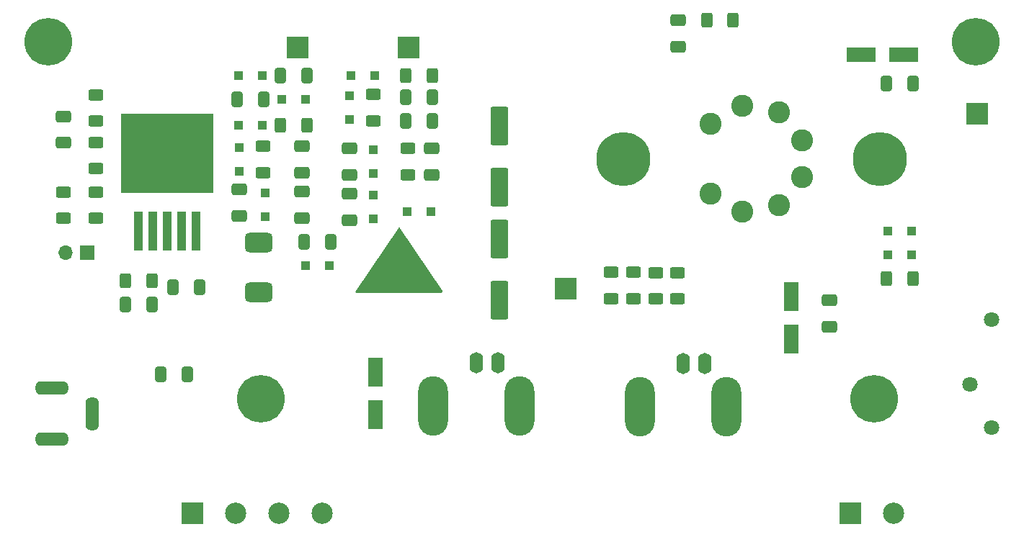
<source format=gbr>
%TF.GenerationSoftware,KiCad,Pcbnew,6.0.4-6f826c9f35~116~ubuntu21.10.1*%
%TF.CreationDate,2022-05-06T18:09:40-07:00*%
%TF.ProjectId,HV_Amplifier,48565f41-6d70-46c6-9966-6965722e6b69,rev?*%
%TF.SameCoordinates,Original*%
%TF.FileFunction,Soldermask,Top*%
%TF.FilePolarity,Negative*%
%FSLAX46Y46*%
G04 Gerber Fmt 4.6, Leading zero omitted, Abs format (unit mm)*
G04 Created by KiCad (PCBNEW 6.0.4-6f826c9f35~116~ubuntu21.10.1) date 2022-05-06 18:09:40*
%MOMM*%
%LPD*%
G01*
G04 APERTURE LIST*
G04 Aperture macros list*
%AMRoundRect*
0 Rectangle with rounded corners*
0 $1 Rounding radius*
0 $2 $3 $4 $5 $6 $7 $8 $9 X,Y pos of 4 corners*
0 Add a 4 corners polygon primitive as box body*
4,1,4,$2,$3,$4,$5,$6,$7,$8,$9,$2,$3,0*
0 Add four circle primitives for the rounded corners*
1,1,$1+$1,$2,$3*
1,1,$1+$1,$4,$5*
1,1,$1+$1,$6,$7*
1,1,$1+$1,$8,$9*
0 Add four rect primitives between the rounded corners*
20,1,$1+$1,$2,$3,$4,$5,0*
20,1,$1+$1,$4,$5,$6,$7,0*
20,1,$1+$1,$6,$7,$8,$9,0*
20,1,$1+$1,$8,$9,$2,$3,0*%
G04 Aperture macros list end*
%ADD10C,2.600000*%
%ADD11C,6.350000*%
%ADD12R,1.100000X4.600000*%
%ADD13R,10.800000X9.400000*%
%ADD14RoundRect,0.250001X0.799999X-1.999999X0.799999X1.999999X-0.799999X1.999999X-0.799999X-1.999999X0*%
%ADD15RoundRect,0.250001X-0.799999X1.999999X-0.799999X-1.999999X0.799999X-1.999999X0.799999X1.999999X0*%
%ADD16RoundRect,0.250000X0.412500X0.650000X-0.412500X0.650000X-0.412500X-0.650000X0.412500X-0.650000X0*%
%ADD17R,1.800000X3.500000*%
%ADD18C,5.600000*%
%ADD19R,1.100000X1.100000*%
%ADD20RoundRect,0.250000X-0.650000X0.412500X-0.650000X-0.412500X0.650000X-0.412500X0.650000X0.412500X0*%
%ADD21RoundRect,0.250000X0.625000X-0.400000X0.625000X0.400000X-0.625000X0.400000X-0.625000X-0.400000X0*%
%ADD22RoundRect,0.250000X0.650000X-0.412500X0.650000X0.412500X-0.650000X0.412500X-0.650000X-0.412500X0*%
%ADD23R,3.500000X1.800000*%
%ADD24O,1.600000X2.500000*%
%ADD25O,3.500000X7.000000*%
%ADD26RoundRect,0.250000X-0.625000X0.400000X-0.625000X-0.400000X0.625000X-0.400000X0.625000X0.400000X0*%
%ADD27RoundRect,0.250000X-0.400000X-0.625000X0.400000X-0.625000X0.400000X0.625000X-0.400000X0.625000X0*%
%ADD28R,2.500000X2.500000*%
%ADD29RoundRect,0.250000X-0.412500X-0.650000X0.412500X-0.650000X0.412500X0.650000X-0.412500X0.650000X0*%
%ADD30RoundRect,0.250000X0.400000X0.625000X-0.400000X0.625000X-0.400000X-0.625000X0.400000X-0.625000X0*%
%ADD31O,4.000000X1.600000*%
%ADD32O,1.600000X4.000000*%
%ADD33C,2.500000*%
%ADD34C,1.800000*%
%ADD35RoundRect,0.575000X1.075000X-0.575000X1.075000X0.575000X-1.075000X0.575000X-1.075000X-0.575000X0*%
%ADD36R,1.700000X1.700000*%
%ADD37O,1.700000X1.700000*%
G04 APERTURE END LIST*
D10*
%TO.C,U1*%
X212778000Y-77342000D03*
X216538000Y-79512000D03*
X220818000Y-78762000D03*
X223608000Y-75432000D03*
X223608000Y-71092000D03*
X220818000Y-67762000D03*
X216538000Y-67012000D03*
X212778000Y-69182000D03*
D11*
X232738000Y-73262000D03*
X202538000Y-73262000D03*
%TD*%
D12*
%TO.C,U2*%
X145570000Y-81735000D03*
X147270000Y-81735000D03*
D13*
X148970000Y-72585000D03*
D12*
X148970000Y-81735000D03*
X150670000Y-81735000D03*
X152370000Y-81735000D03*
%TD*%
D14*
%TO.C,C20*%
X188000000Y-76600000D03*
X188000000Y-69400000D03*
%TD*%
D15*
%TO.C,C19*%
X188000000Y-82740000D03*
X188000000Y-89940000D03*
%TD*%
D16*
%TO.C,C12*%
X180108500Y-68778000D03*
X176983500Y-68778000D03*
%TD*%
D17*
%TO.C,D16*%
X173440000Y-103400000D03*
X173440000Y-98400000D03*
%TD*%
D18*
%TO.C,H2*%
X160000000Y-101500000D03*
%TD*%
D19*
%TO.C,D1*%
X233677500Y-84560000D03*
X236477500Y-84560000D03*
%TD*%
D20*
%TO.C,C7*%
X157464000Y-76867500D03*
X157464000Y-79992500D03*
%TD*%
D21*
%TO.C,R12*%
X177276000Y-75154000D03*
X177276000Y-72054000D03*
%TD*%
D22*
%TO.C,C14*%
X170418000Y-75166500D03*
X170418000Y-72041500D03*
%TD*%
D23*
%TO.C,D4*%
X235520000Y-61060000D03*
X230520000Y-61060000D03*
%TD*%
D21*
%TO.C,R11*%
X136758000Y-80270000D03*
X136758000Y-77170000D03*
%TD*%
D24*
%TO.C,J4*%
X209600000Y-97350000D03*
D25*
X214680000Y-102430000D03*
X204520000Y-102430000D03*
D24*
X212140000Y-97350000D03*
%TD*%
D26*
%TO.C,R13*%
X160258000Y-71800000D03*
X160258000Y-74900000D03*
%TD*%
%TO.C,R5*%
X203756000Y-86636000D03*
X203756000Y-89736000D03*
%TD*%
D27*
%TO.C,R3*%
X144098000Y-87610000D03*
X147198000Y-87610000D03*
%TD*%
D19*
%TO.C,D13*%
X157334000Y-63444000D03*
X160134000Y-63444000D03*
%TD*%
D28*
%TO.C,TP3*%
X244180000Y-68000000D03*
%TD*%
D29*
%TO.C,C17*%
X149673500Y-88372000D03*
X152798500Y-88372000D03*
%TD*%
D30*
%TO.C,R14*%
X165364000Y-69286000D03*
X162264000Y-69286000D03*
%TD*%
D31*
%TO.C,J3*%
X135450000Y-100250000D03*
X135450000Y-106250000D03*
D32*
X140150000Y-103250000D03*
%TD*%
D19*
%TO.C,D6*%
X160512000Y-77284000D03*
X160512000Y-80084000D03*
%TD*%
D26*
%TO.C,R6*%
X208910000Y-86670000D03*
X208910000Y-89770000D03*
%TD*%
D21*
%TO.C,R4*%
X206360000Y-89760000D03*
X206360000Y-86660000D03*
%TD*%
D28*
%TO.C,J5*%
X229255000Y-115000000D03*
D33*
X234335000Y-115000000D03*
%TD*%
D19*
%TO.C,D8*%
X173212000Y-77538000D03*
X173212000Y-80338000D03*
%TD*%
%TO.C,D14*%
X170418000Y-68654000D03*
X170418000Y-65854000D03*
%TD*%
D27*
%TO.C,R2*%
X233470000Y-87370000D03*
X236570000Y-87370000D03*
%TD*%
D34*
%TO.C,RV1*%
X245852000Y-92214000D03*
X243312000Y-99834000D03*
X245852000Y-104914000D03*
%TD*%
D16*
%TO.C,C15*%
X165376500Y-63444000D03*
X162251500Y-63444000D03*
%TD*%
D21*
%TO.C,R8*%
X140568000Y-80270000D03*
X140568000Y-77170000D03*
%TD*%
D19*
%TO.C,D10*%
X160134000Y-69286000D03*
X157334000Y-69286000D03*
%TD*%
%TO.C,D5*%
X165208000Y-85796000D03*
X168008000Y-85796000D03*
%TD*%
D16*
%TO.C,C2*%
X147210500Y-90404000D03*
X144085500Y-90404000D03*
%TD*%
D22*
%TO.C,C5*%
X136758000Y-71392500D03*
X136758000Y-68267500D03*
%TD*%
%TO.C,C8*%
X164830000Y-80246500D03*
X164830000Y-77121500D03*
%TD*%
D27*
%TO.C,R1*%
X212370000Y-56980000D03*
X215470000Y-56980000D03*
%TD*%
D28*
%TO.C,J1*%
X151980000Y-115000000D03*
D33*
X157060000Y-115000000D03*
X162140000Y-115000000D03*
X167220000Y-115000000D03*
%TD*%
D18*
%TO.C,H3*%
X135000000Y-59500000D03*
%TD*%
D16*
%TO.C,C13*%
X160296500Y-66238000D03*
X157171500Y-66238000D03*
%TD*%
D29*
%TO.C,C16*%
X176983500Y-65984000D03*
X180108500Y-65984000D03*
%TD*%
D19*
%TO.C,D15*%
X170542000Y-63444000D03*
X173342000Y-63444000D03*
%TD*%
D28*
%TO.C,TP4*%
X195810000Y-88530000D03*
%TD*%
D17*
%TO.C,D3*%
X222340000Y-89490000D03*
X222340000Y-94490000D03*
%TD*%
D24*
%TO.C,J2*%
X185300000Y-97250000D03*
D25*
X190380000Y-102330000D03*
X180220000Y-102330000D03*
D24*
X187840000Y-97250000D03*
%TD*%
D18*
%TO.C,H4*%
X244000000Y-59500000D03*
%TD*%
D28*
%TO.C,TP1*%
X164322000Y-60142000D03*
%TD*%
D18*
%TO.C,H1*%
X232000000Y-101500000D03*
%TD*%
D20*
%TO.C,C3*%
X226760000Y-89937500D03*
X226760000Y-93062500D03*
%TD*%
D21*
%TO.C,R10*%
X140568000Y-74428000D03*
X140568000Y-71328000D03*
%TD*%
D19*
%TO.C,D12*%
X162414000Y-66238000D03*
X165214000Y-66238000D03*
%TD*%
%TO.C,D2*%
X236477500Y-81766000D03*
X233677500Y-81766000D03*
%TD*%
D21*
%TO.C,R15*%
X173212000Y-68804000D03*
X173212000Y-65704000D03*
%TD*%
D29*
%TO.C,C18*%
X148237500Y-98580000D03*
X151362500Y-98580000D03*
%TD*%
D22*
%TO.C,C10*%
X170418000Y-80500500D03*
X170418000Y-77375500D03*
%TD*%
D29*
%TO.C,C6*%
X165045500Y-83002000D03*
X168170500Y-83002000D03*
%TD*%
%TO.C,C4*%
X233467500Y-64450000D03*
X236592500Y-64450000D03*
%TD*%
D19*
%TO.C,D9*%
X157464000Y-74750000D03*
X157464000Y-71950000D03*
%TD*%
D28*
%TO.C,TP2*%
X177300000Y-60200000D03*
%TD*%
D22*
%TO.C,C11*%
X164830000Y-74912500D03*
X164830000Y-71787500D03*
%TD*%
D35*
%TO.C,L1*%
X159750000Y-89000000D03*
X159750000Y-83100000D03*
%TD*%
D22*
%TO.C,C9*%
X180070000Y-75166500D03*
X180070000Y-72041500D03*
%TD*%
D27*
%TO.C,R16*%
X176996000Y-63444000D03*
X180096000Y-63444000D03*
%TD*%
D36*
%TO.C,JP1*%
X139552000Y-84308000D03*
D37*
X137012000Y-84308000D03*
%TD*%
D21*
%TO.C,R9*%
X140568000Y-68840000D03*
X140568000Y-65740000D03*
%TD*%
D19*
%TO.C,D7*%
X177146000Y-79446000D03*
X179946000Y-79446000D03*
%TD*%
D20*
%TO.C,C1*%
X208990000Y-56957500D03*
X208990000Y-60082500D03*
%TD*%
D19*
%TO.C,D11*%
X173212000Y-75004000D03*
X173212000Y-72204000D03*
%TD*%
D21*
%TO.C,R7*%
X201110000Y-89730000D03*
X201110000Y-86630000D03*
%TD*%
G36*
X176319968Y-81382405D02*
G01*
X176340083Y-81405701D01*
X181304546Y-88823754D01*
X181325810Y-88891492D01*
X181307078Y-88959972D01*
X181254295Y-89007454D01*
X181199832Y-89019833D01*
X171232719Y-89019833D01*
X171164598Y-88999831D01*
X171118105Y-88946175D01*
X171108001Y-88875901D01*
X171128254Y-88823383D01*
X176130904Y-81405330D01*
X176185576Y-81360036D01*
X176256056Y-81351490D01*
X176319968Y-81382405D01*
G37*
M02*

</source>
